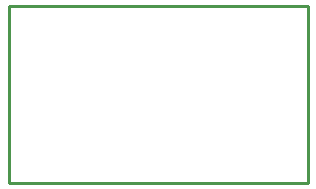
<source format=gko>
G04*
G04 #@! TF.GenerationSoftware,Altium Limited,Altium Designer,19.1.5 (86)*
G04*
G04 Layer_Color=16711935*
%FSLAX25Y25*%
%MOIN*%
G70*
G01*
G75*
%ADD21C,0.01000*%
D21*
X199500Y100000D02*
Y159000D01*
X100000Y100000D02*
X199500D01*
X100000Y159000D02*
X199500D01*
X100000Y100000D02*
Y159000D01*
M02*

</source>
